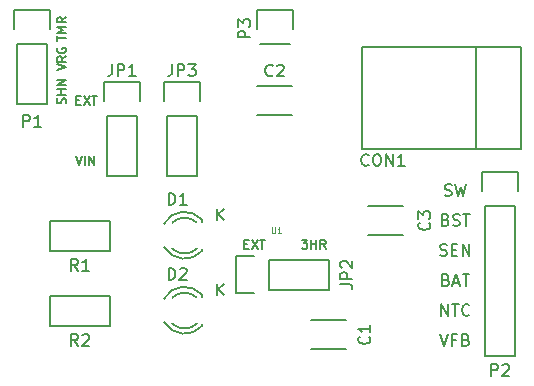
<source format=gbr>
G04 #@! TF.FileFunction,Legend,Top*
%FSLAX46Y46*%
G04 Gerber Fmt 4.6, Leading zero omitted, Abs format (unit mm)*
G04 Created by KiCad (PCBNEW 4.0.1-stable) date 16/02/2016 20:02:07*
%MOMM*%
G01*
G04 APERTURE LIST*
%ADD10C,0.100000*%
%ADD11C,0.150000*%
%ADD12C,0.200000*%
%ADD13C,0.075000*%
G04 APERTURE END LIST*
D10*
D11*
X129589571Y-100568000D02*
X129625286Y-100460857D01*
X129625286Y-100282286D01*
X129589571Y-100210857D01*
X129553857Y-100175143D01*
X129482429Y-100139428D01*
X129411000Y-100139428D01*
X129339571Y-100175143D01*
X129303857Y-100210857D01*
X129268143Y-100282286D01*
X129232429Y-100425143D01*
X129196714Y-100496571D01*
X129161000Y-100532286D01*
X129089571Y-100568000D01*
X129018143Y-100568000D01*
X128946714Y-100532286D01*
X128911000Y-100496571D01*
X128875286Y-100425143D01*
X128875286Y-100246571D01*
X128911000Y-100139428D01*
X129625286Y-99818000D02*
X128875286Y-99818000D01*
X129232429Y-99818000D02*
X129232429Y-99389428D01*
X129625286Y-99389428D02*
X128875286Y-99389428D01*
X129625286Y-99032286D02*
X128875286Y-99032286D01*
X129625286Y-98603714D01*
X128875286Y-98603714D01*
X128875286Y-97773999D02*
X129625286Y-97523999D01*
X128875286Y-97273999D01*
X129625286Y-96595428D02*
X129268143Y-96845428D01*
X129625286Y-97024000D02*
X128875286Y-97024000D01*
X128875286Y-96738285D01*
X128911000Y-96666857D01*
X128946714Y-96631142D01*
X129018143Y-96595428D01*
X129125286Y-96595428D01*
X129196714Y-96631142D01*
X129232429Y-96666857D01*
X129268143Y-96738285D01*
X129268143Y-97024000D01*
X128911000Y-95881142D02*
X128875286Y-95952571D01*
X128875286Y-96059714D01*
X128911000Y-96166857D01*
X128982429Y-96238285D01*
X129053857Y-96274000D01*
X129196714Y-96309714D01*
X129303857Y-96309714D01*
X129446714Y-96274000D01*
X129518143Y-96238285D01*
X129589571Y-96166857D01*
X129625286Y-96059714D01*
X129625286Y-95988285D01*
X129589571Y-95881142D01*
X129553857Y-95845428D01*
X129303857Y-95845428D01*
X129303857Y-95988285D01*
X128875286Y-95251857D02*
X128875286Y-94823286D01*
X129625286Y-95037572D02*
X128875286Y-95037572D01*
X129625286Y-94573286D02*
X128875286Y-94573286D01*
X129411000Y-94323286D01*
X128875286Y-94073286D01*
X129625286Y-94073286D01*
X129625286Y-93287571D02*
X129268143Y-93537571D01*
X129625286Y-93716143D02*
X128875286Y-93716143D01*
X128875286Y-93430428D01*
X128911000Y-93359000D01*
X128946714Y-93323285D01*
X129018143Y-93287571D01*
X129125286Y-93287571D01*
X129196714Y-93323285D01*
X129232429Y-93359000D01*
X129268143Y-93430428D01*
X129268143Y-93716143D01*
X130496572Y-104999286D02*
X130746572Y-105749286D01*
X130996572Y-104999286D01*
X131246571Y-105749286D02*
X131246571Y-104999286D01*
X131603714Y-105749286D02*
X131603714Y-104999286D01*
X132032286Y-105749286D01*
X132032286Y-104999286D01*
X130514428Y-100276429D02*
X130764428Y-100276429D01*
X130871571Y-100669286D02*
X130514428Y-100669286D01*
X130514428Y-99919286D01*
X130871571Y-99919286D01*
X131121571Y-99919286D02*
X131621571Y-100669286D01*
X131621571Y-99919286D02*
X131121571Y-100669286D01*
X131800143Y-99919286D02*
X132228714Y-99919286D01*
X132014428Y-100669286D02*
X132014428Y-99919286D01*
X144738428Y-112468429D02*
X144988428Y-112468429D01*
X145095571Y-112861286D02*
X144738428Y-112861286D01*
X144738428Y-112111286D01*
X145095571Y-112111286D01*
X145345571Y-112111286D02*
X145845571Y-112861286D01*
X145845571Y-112111286D02*
X145345571Y-112861286D01*
X146024143Y-112111286D02*
X146452714Y-112111286D01*
X146238428Y-112861286D02*
X146238428Y-112111286D01*
X149604143Y-112111286D02*
X150068429Y-112111286D01*
X149818429Y-112397000D01*
X149925571Y-112397000D01*
X149997000Y-112432714D01*
X150032714Y-112468429D01*
X150068429Y-112539857D01*
X150068429Y-112718429D01*
X150032714Y-112789857D01*
X149997000Y-112825571D01*
X149925571Y-112861286D01*
X149711286Y-112861286D01*
X149639857Y-112825571D01*
X149604143Y-112789857D01*
X150389857Y-112861286D02*
X150389857Y-112111286D01*
X150389857Y-112468429D02*
X150818429Y-112468429D01*
X150818429Y-112861286D02*
X150818429Y-112111286D01*
X151604143Y-112861286D02*
X151354143Y-112504143D01*
X151175571Y-112861286D02*
X151175571Y-112111286D01*
X151461286Y-112111286D01*
X151532714Y-112147000D01*
X151568429Y-112182714D01*
X151604143Y-112254143D01*
X151604143Y-112361286D01*
X151568429Y-112432714D01*
X151532714Y-112468429D01*
X151461286Y-112504143D01*
X151175571Y-112504143D01*
D12*
X161298095Y-120102381D02*
X161631428Y-121102381D01*
X161964762Y-120102381D01*
X162631429Y-120578571D02*
X162298095Y-120578571D01*
X162298095Y-121102381D02*
X162298095Y-120102381D01*
X162774286Y-120102381D01*
X163488572Y-120578571D02*
X163631429Y-120626190D01*
X163679048Y-120673810D01*
X163726667Y-120769048D01*
X163726667Y-120911905D01*
X163679048Y-121007143D01*
X163631429Y-121054762D01*
X163536191Y-121102381D01*
X163155238Y-121102381D01*
X163155238Y-120102381D01*
X163488572Y-120102381D01*
X163583810Y-120150000D01*
X163631429Y-120197619D01*
X163679048Y-120292857D01*
X163679048Y-120388095D01*
X163631429Y-120483333D01*
X163583810Y-120530952D01*
X163488572Y-120578571D01*
X163155238Y-120578571D01*
X161393333Y-118562381D02*
X161393333Y-117562381D01*
X161964762Y-118562381D01*
X161964762Y-117562381D01*
X162298095Y-117562381D02*
X162869524Y-117562381D01*
X162583809Y-118562381D02*
X162583809Y-117562381D01*
X163774286Y-118467143D02*
X163726667Y-118514762D01*
X163583810Y-118562381D01*
X163488572Y-118562381D01*
X163345714Y-118514762D01*
X163250476Y-118419524D01*
X163202857Y-118324286D01*
X163155238Y-118133810D01*
X163155238Y-117990952D01*
X163202857Y-117800476D01*
X163250476Y-117705238D01*
X163345714Y-117610000D01*
X163488572Y-117562381D01*
X163583810Y-117562381D01*
X163726667Y-117610000D01*
X163774286Y-117657619D01*
X161821905Y-115498571D02*
X161964762Y-115546190D01*
X162012381Y-115593810D01*
X162060000Y-115689048D01*
X162060000Y-115831905D01*
X162012381Y-115927143D01*
X161964762Y-115974762D01*
X161869524Y-116022381D01*
X161488571Y-116022381D01*
X161488571Y-115022381D01*
X161821905Y-115022381D01*
X161917143Y-115070000D01*
X161964762Y-115117619D01*
X162012381Y-115212857D01*
X162012381Y-115308095D01*
X161964762Y-115403333D01*
X161917143Y-115450952D01*
X161821905Y-115498571D01*
X161488571Y-115498571D01*
X162440952Y-115736667D02*
X162917143Y-115736667D01*
X162345714Y-116022381D02*
X162679047Y-115022381D01*
X163012381Y-116022381D01*
X163202857Y-115022381D02*
X163774286Y-115022381D01*
X163488571Y-116022381D02*
X163488571Y-115022381D01*
X161298095Y-113434762D02*
X161440952Y-113482381D01*
X161679048Y-113482381D01*
X161774286Y-113434762D01*
X161821905Y-113387143D01*
X161869524Y-113291905D01*
X161869524Y-113196667D01*
X161821905Y-113101429D01*
X161774286Y-113053810D01*
X161679048Y-113006190D01*
X161488571Y-112958571D01*
X161393333Y-112910952D01*
X161345714Y-112863333D01*
X161298095Y-112768095D01*
X161298095Y-112672857D01*
X161345714Y-112577619D01*
X161393333Y-112530000D01*
X161488571Y-112482381D01*
X161726667Y-112482381D01*
X161869524Y-112530000D01*
X162298095Y-112958571D02*
X162631429Y-112958571D01*
X162774286Y-113482381D02*
X162298095Y-113482381D01*
X162298095Y-112482381D01*
X162774286Y-112482381D01*
X163202857Y-113482381D02*
X163202857Y-112482381D01*
X163774286Y-113482381D01*
X163774286Y-112482381D01*
X161774286Y-110418571D02*
X161917143Y-110466190D01*
X161964762Y-110513810D01*
X162012381Y-110609048D01*
X162012381Y-110751905D01*
X161964762Y-110847143D01*
X161917143Y-110894762D01*
X161821905Y-110942381D01*
X161440952Y-110942381D01*
X161440952Y-109942381D01*
X161774286Y-109942381D01*
X161869524Y-109990000D01*
X161917143Y-110037619D01*
X161964762Y-110132857D01*
X161964762Y-110228095D01*
X161917143Y-110323333D01*
X161869524Y-110370952D01*
X161774286Y-110418571D01*
X161440952Y-110418571D01*
X162393333Y-110894762D02*
X162536190Y-110942381D01*
X162774286Y-110942381D01*
X162869524Y-110894762D01*
X162917143Y-110847143D01*
X162964762Y-110751905D01*
X162964762Y-110656667D01*
X162917143Y-110561429D01*
X162869524Y-110513810D01*
X162774286Y-110466190D01*
X162583809Y-110418571D01*
X162488571Y-110370952D01*
X162440952Y-110323333D01*
X162393333Y-110228095D01*
X162393333Y-110132857D01*
X162440952Y-110037619D01*
X162488571Y-109990000D01*
X162583809Y-109942381D01*
X162821905Y-109942381D01*
X162964762Y-109990000D01*
X163250476Y-109942381D02*
X163821905Y-109942381D01*
X163536190Y-110942381D02*
X163536190Y-109942381D01*
X161702857Y-108354762D02*
X161845714Y-108402381D01*
X162083810Y-108402381D01*
X162179048Y-108354762D01*
X162226667Y-108307143D01*
X162274286Y-108211905D01*
X162274286Y-108116667D01*
X162226667Y-108021429D01*
X162179048Y-107973810D01*
X162083810Y-107926190D01*
X161893333Y-107878571D01*
X161798095Y-107830952D01*
X161750476Y-107783333D01*
X161702857Y-107688095D01*
X161702857Y-107592857D01*
X161750476Y-107497619D01*
X161798095Y-107450000D01*
X161893333Y-107402381D01*
X162131429Y-107402381D01*
X162274286Y-107450000D01*
X162607619Y-107402381D02*
X162845714Y-108402381D01*
X163036191Y-107688095D01*
X163226667Y-108402381D01*
X163464762Y-107402381D01*
D11*
X150372000Y-118892000D02*
X153372000Y-118892000D01*
X153372000Y-121392000D02*
X150372000Y-121392000D01*
X167386000Y-104394000D02*
X168148000Y-104394000D01*
X168148000Y-104394000D02*
X168148000Y-95758000D01*
X168148000Y-95758000D02*
X167386000Y-95758000D01*
X164338000Y-104394000D02*
X164338000Y-95758000D01*
X154686000Y-104394000D02*
X154686000Y-95758000D01*
X167386000Y-95758000D02*
X154686000Y-95758000D01*
X167386000Y-104394000D02*
X154686000Y-104394000D01*
X141169000Y-110446000D02*
X141169000Y-110646000D01*
X141169000Y-113040000D02*
X141169000Y-112860000D01*
X137941256Y-112729643D02*
G75*
G03X141169000Y-113046000I1727744J1003643D01*
G01*
X138616994Y-112859068D02*
G75*
G03X140720000Y-112860000I1052006J1133068D01*
G01*
X141156220Y-110419274D02*
G75*
G03X137919000Y-110766000I-1497220J-1306726D01*
G01*
X140682889Y-110646747D02*
G75*
G03X138635000Y-110666000I-1013889J-1079253D01*
G01*
X141169000Y-116796000D02*
X141169000Y-116996000D01*
X141169000Y-119390000D02*
X141169000Y-119210000D01*
X137941256Y-119079643D02*
G75*
G03X141169000Y-119396000I1727744J1003643D01*
G01*
X138616994Y-119209068D02*
G75*
G03X140720000Y-119210000I1052006J1133068D01*
G01*
X141156220Y-116769274D02*
G75*
G03X137919000Y-117116000I-1497220J-1306726D01*
G01*
X140682889Y-116996747D02*
G75*
G03X138635000Y-117016000I-1013889J-1079253D01*
G01*
X133096000Y-101600000D02*
X133096000Y-106680000D01*
X133096000Y-106680000D02*
X135636000Y-106680000D01*
X135636000Y-106680000D02*
X135636000Y-101600000D01*
X135916000Y-98780000D02*
X135916000Y-100330000D01*
X135636000Y-101600000D02*
X133096000Y-101600000D01*
X132816000Y-100330000D02*
X132816000Y-98780000D01*
X132816000Y-98780000D02*
X135916000Y-98780000D01*
X146812000Y-116332000D02*
X151892000Y-116332000D01*
X151892000Y-116332000D02*
X151892000Y-113792000D01*
X151892000Y-113792000D02*
X146812000Y-113792000D01*
X143992000Y-113512000D02*
X145542000Y-113512000D01*
X146812000Y-113792000D02*
X146812000Y-116332000D01*
X145542000Y-116612000D02*
X143992000Y-116612000D01*
X143992000Y-116612000D02*
X143992000Y-113512000D01*
X138176000Y-101600000D02*
X138176000Y-106680000D01*
X138176000Y-106680000D02*
X140716000Y-106680000D01*
X140716000Y-106680000D02*
X140716000Y-101600000D01*
X140996000Y-98780000D02*
X140996000Y-100330000D01*
X140716000Y-101600000D02*
X138176000Y-101600000D01*
X137896000Y-100330000D02*
X137896000Y-98780000D01*
X137896000Y-98780000D02*
X140996000Y-98780000D01*
X125476000Y-95504000D02*
X125476000Y-100584000D01*
X125476000Y-100584000D02*
X128016000Y-100584000D01*
X128016000Y-100584000D02*
X128016000Y-95504000D01*
X128296000Y-92684000D02*
X128296000Y-94234000D01*
X128016000Y-95504000D02*
X125476000Y-95504000D01*
X125196000Y-94234000D02*
X125196000Y-92684000D01*
X125196000Y-92684000D02*
X128296000Y-92684000D01*
X167640000Y-109220000D02*
X167640000Y-121920000D01*
X167640000Y-121920000D02*
X165100000Y-121920000D01*
X165100000Y-121920000D02*
X165100000Y-109220000D01*
X167920000Y-106400000D02*
X167920000Y-107950000D01*
X167640000Y-109220000D02*
X165100000Y-109220000D01*
X164820000Y-107950000D02*
X164820000Y-106400000D01*
X164820000Y-106400000D02*
X167920000Y-106400000D01*
X148870000Y-92684000D02*
X148870000Y-94234000D01*
X145770000Y-94234000D02*
X145770000Y-92684000D01*
X145770000Y-92684000D02*
X148870000Y-92684000D01*
X146050000Y-95504000D02*
X148590000Y-95504000D01*
X133350000Y-113030000D02*
X128270000Y-113030000D01*
X128270000Y-113030000D02*
X128270000Y-110490000D01*
X128270000Y-110490000D02*
X133350000Y-110490000D01*
X133350000Y-110490000D02*
X133350000Y-113030000D01*
X133350000Y-119380000D02*
X128270000Y-119380000D01*
X128270000Y-119380000D02*
X128270000Y-116840000D01*
X128270000Y-116840000D02*
X133350000Y-116840000D01*
X133350000Y-116840000D02*
X133350000Y-119380000D01*
X145800000Y-99080000D02*
X148800000Y-99080000D01*
X148800000Y-101580000D02*
X145800000Y-101580000D01*
X155198000Y-109240000D02*
X158198000Y-109240000D01*
X158198000Y-111740000D02*
X155198000Y-111740000D01*
X155297143Y-120308666D02*
X155344762Y-120356285D01*
X155392381Y-120499142D01*
X155392381Y-120594380D01*
X155344762Y-120737238D01*
X155249524Y-120832476D01*
X155154286Y-120880095D01*
X154963810Y-120927714D01*
X154820952Y-120927714D01*
X154630476Y-120880095D01*
X154535238Y-120832476D01*
X154440000Y-120737238D01*
X154392381Y-120594380D01*
X154392381Y-120499142D01*
X154440000Y-120356285D01*
X154487619Y-120308666D01*
X155392381Y-119356285D02*
X155392381Y-119927714D01*
X155392381Y-119642000D02*
X154392381Y-119642000D01*
X154535238Y-119737238D01*
X154630476Y-119832476D01*
X154678095Y-119927714D01*
X155249715Y-105767143D02*
X155202096Y-105814762D01*
X155059239Y-105862381D01*
X154964001Y-105862381D01*
X154821143Y-105814762D01*
X154725905Y-105719524D01*
X154678286Y-105624286D01*
X154630667Y-105433810D01*
X154630667Y-105290952D01*
X154678286Y-105100476D01*
X154725905Y-105005238D01*
X154821143Y-104910000D01*
X154964001Y-104862381D01*
X155059239Y-104862381D01*
X155202096Y-104910000D01*
X155249715Y-104957619D01*
X155868762Y-104862381D02*
X156059239Y-104862381D01*
X156154477Y-104910000D01*
X156249715Y-105005238D01*
X156297334Y-105195714D01*
X156297334Y-105529048D01*
X156249715Y-105719524D01*
X156154477Y-105814762D01*
X156059239Y-105862381D01*
X155868762Y-105862381D01*
X155773524Y-105814762D01*
X155678286Y-105719524D01*
X155630667Y-105529048D01*
X155630667Y-105195714D01*
X155678286Y-105005238D01*
X155773524Y-104910000D01*
X155868762Y-104862381D01*
X156725905Y-105862381D02*
X156725905Y-104862381D01*
X157297334Y-105862381D01*
X157297334Y-104862381D01*
X158297334Y-105862381D02*
X157725905Y-105862381D01*
X158011619Y-105862381D02*
X158011619Y-104862381D01*
X157916381Y-105005238D01*
X157821143Y-105100476D01*
X157725905Y-105148095D01*
X138321905Y-109152381D02*
X138321905Y-108152381D01*
X138560000Y-108152381D01*
X138702858Y-108200000D01*
X138798096Y-108295238D01*
X138845715Y-108390476D01*
X138893334Y-108580952D01*
X138893334Y-108723810D01*
X138845715Y-108914286D01*
X138798096Y-109009524D01*
X138702858Y-109104762D01*
X138560000Y-109152381D01*
X138321905Y-109152381D01*
X139845715Y-109152381D02*
X139274286Y-109152381D01*
X139560000Y-109152381D02*
X139560000Y-108152381D01*
X139464762Y-108295238D01*
X139369524Y-108390476D01*
X139274286Y-108438095D01*
X142398095Y-110472381D02*
X142398095Y-109472381D01*
X142969524Y-110472381D02*
X142540952Y-109900952D01*
X142969524Y-109472381D02*
X142398095Y-110043810D01*
X138321905Y-115502381D02*
X138321905Y-114502381D01*
X138560000Y-114502381D01*
X138702858Y-114550000D01*
X138798096Y-114645238D01*
X138845715Y-114740476D01*
X138893334Y-114930952D01*
X138893334Y-115073810D01*
X138845715Y-115264286D01*
X138798096Y-115359524D01*
X138702858Y-115454762D01*
X138560000Y-115502381D01*
X138321905Y-115502381D01*
X139274286Y-114597619D02*
X139321905Y-114550000D01*
X139417143Y-114502381D01*
X139655239Y-114502381D01*
X139750477Y-114550000D01*
X139798096Y-114597619D01*
X139845715Y-114692857D01*
X139845715Y-114788095D01*
X139798096Y-114930952D01*
X139226667Y-115502381D01*
X139845715Y-115502381D01*
X142398095Y-116822381D02*
X142398095Y-115822381D01*
X142969524Y-116822381D02*
X142540952Y-116250952D01*
X142969524Y-115822381D02*
X142398095Y-116393810D01*
X133532667Y-97242381D02*
X133532667Y-97956667D01*
X133485047Y-98099524D01*
X133389809Y-98194762D01*
X133246952Y-98242381D01*
X133151714Y-98242381D01*
X134008857Y-98242381D02*
X134008857Y-97242381D01*
X134389810Y-97242381D01*
X134485048Y-97290000D01*
X134532667Y-97337619D01*
X134580286Y-97432857D01*
X134580286Y-97575714D01*
X134532667Y-97670952D01*
X134485048Y-97718571D01*
X134389810Y-97766190D01*
X134008857Y-97766190D01*
X135532667Y-98242381D02*
X134961238Y-98242381D01*
X135246952Y-98242381D02*
X135246952Y-97242381D01*
X135151714Y-97385238D01*
X135056476Y-97480476D01*
X134961238Y-97528095D01*
X152868381Y-115895333D02*
X153582667Y-115895333D01*
X153725524Y-115942953D01*
X153820762Y-116038191D01*
X153868381Y-116181048D01*
X153868381Y-116276286D01*
X153868381Y-115419143D02*
X152868381Y-115419143D01*
X152868381Y-115038190D01*
X152916000Y-114942952D01*
X152963619Y-114895333D01*
X153058857Y-114847714D01*
X153201714Y-114847714D01*
X153296952Y-114895333D01*
X153344571Y-114942952D01*
X153392190Y-115038190D01*
X153392190Y-115419143D01*
X152963619Y-114466762D02*
X152916000Y-114419143D01*
X152868381Y-114323905D01*
X152868381Y-114085809D01*
X152916000Y-113990571D01*
X152963619Y-113942952D01*
X153058857Y-113895333D01*
X153154095Y-113895333D01*
X153296952Y-113942952D01*
X153868381Y-114514381D01*
X153868381Y-113895333D01*
X138612667Y-97242381D02*
X138612667Y-97956667D01*
X138565047Y-98099524D01*
X138469809Y-98194762D01*
X138326952Y-98242381D01*
X138231714Y-98242381D01*
X139088857Y-98242381D02*
X139088857Y-97242381D01*
X139469810Y-97242381D01*
X139565048Y-97290000D01*
X139612667Y-97337619D01*
X139660286Y-97432857D01*
X139660286Y-97575714D01*
X139612667Y-97670952D01*
X139565048Y-97718571D01*
X139469810Y-97766190D01*
X139088857Y-97766190D01*
X139993619Y-97242381D02*
X140612667Y-97242381D01*
X140279333Y-97623333D01*
X140422191Y-97623333D01*
X140517429Y-97670952D01*
X140565048Y-97718571D01*
X140612667Y-97813810D01*
X140612667Y-98051905D01*
X140565048Y-98147143D01*
X140517429Y-98194762D01*
X140422191Y-98242381D01*
X140136476Y-98242381D01*
X140041238Y-98194762D01*
X139993619Y-98147143D01*
X126007905Y-102560381D02*
X126007905Y-101560381D01*
X126388858Y-101560381D01*
X126484096Y-101608000D01*
X126531715Y-101655619D01*
X126579334Y-101750857D01*
X126579334Y-101893714D01*
X126531715Y-101988952D01*
X126484096Y-102036571D01*
X126388858Y-102084190D01*
X126007905Y-102084190D01*
X127531715Y-102560381D02*
X126960286Y-102560381D01*
X127246000Y-102560381D02*
X127246000Y-101560381D01*
X127150762Y-101703238D01*
X127055524Y-101798476D01*
X126960286Y-101846095D01*
X165631905Y-123642381D02*
X165631905Y-122642381D01*
X166012858Y-122642381D01*
X166108096Y-122690000D01*
X166155715Y-122737619D01*
X166203334Y-122832857D01*
X166203334Y-122975714D01*
X166155715Y-123070952D01*
X166108096Y-123118571D01*
X166012858Y-123166190D01*
X165631905Y-123166190D01*
X166584286Y-122737619D02*
X166631905Y-122690000D01*
X166727143Y-122642381D01*
X166965239Y-122642381D01*
X167060477Y-122690000D01*
X167108096Y-122737619D01*
X167155715Y-122832857D01*
X167155715Y-122928095D01*
X167108096Y-123070952D01*
X166536667Y-123642381D01*
X167155715Y-123642381D01*
X145232381Y-94972095D02*
X144232381Y-94972095D01*
X144232381Y-94591142D01*
X144280000Y-94495904D01*
X144327619Y-94448285D01*
X144422857Y-94400666D01*
X144565714Y-94400666D01*
X144660952Y-94448285D01*
X144708571Y-94495904D01*
X144756190Y-94591142D01*
X144756190Y-94972095D01*
X144232381Y-94067333D02*
X144232381Y-93448285D01*
X144613333Y-93781619D01*
X144613333Y-93638761D01*
X144660952Y-93543523D01*
X144708571Y-93495904D01*
X144803810Y-93448285D01*
X145041905Y-93448285D01*
X145137143Y-93495904D01*
X145184762Y-93543523D01*
X145232381Y-93638761D01*
X145232381Y-93924476D01*
X145184762Y-94019714D01*
X145137143Y-94067333D01*
X130643334Y-114752381D02*
X130310000Y-114276190D01*
X130071905Y-114752381D02*
X130071905Y-113752381D01*
X130452858Y-113752381D01*
X130548096Y-113800000D01*
X130595715Y-113847619D01*
X130643334Y-113942857D01*
X130643334Y-114085714D01*
X130595715Y-114180952D01*
X130548096Y-114228571D01*
X130452858Y-114276190D01*
X130071905Y-114276190D01*
X131595715Y-114752381D02*
X131024286Y-114752381D01*
X131310000Y-114752381D02*
X131310000Y-113752381D01*
X131214762Y-113895238D01*
X131119524Y-113990476D01*
X131024286Y-114038095D01*
X130643334Y-121102381D02*
X130310000Y-120626190D01*
X130071905Y-121102381D02*
X130071905Y-120102381D01*
X130452858Y-120102381D01*
X130548096Y-120150000D01*
X130595715Y-120197619D01*
X130643334Y-120292857D01*
X130643334Y-120435714D01*
X130595715Y-120530952D01*
X130548096Y-120578571D01*
X130452858Y-120626190D01*
X130071905Y-120626190D01*
X131024286Y-120197619D02*
X131071905Y-120150000D01*
X131167143Y-120102381D01*
X131405239Y-120102381D01*
X131500477Y-120150000D01*
X131548096Y-120197619D01*
X131595715Y-120292857D01*
X131595715Y-120388095D01*
X131548096Y-120530952D01*
X130976667Y-121102381D01*
X131595715Y-121102381D01*
D13*
X147039048Y-111051190D02*
X147039048Y-111455952D01*
X147062857Y-111503571D01*
X147086667Y-111527381D01*
X147134286Y-111551190D01*
X147229524Y-111551190D01*
X147277143Y-111527381D01*
X147300952Y-111503571D01*
X147324762Y-111455952D01*
X147324762Y-111051190D01*
X147824762Y-111551190D02*
X147539048Y-111551190D01*
X147681905Y-111551190D02*
X147681905Y-111051190D01*
X147634286Y-111122619D01*
X147586667Y-111170238D01*
X147539048Y-111194048D01*
D11*
X147133334Y-98187143D02*
X147085715Y-98234762D01*
X146942858Y-98282381D01*
X146847620Y-98282381D01*
X146704762Y-98234762D01*
X146609524Y-98139524D01*
X146561905Y-98044286D01*
X146514286Y-97853810D01*
X146514286Y-97710952D01*
X146561905Y-97520476D01*
X146609524Y-97425238D01*
X146704762Y-97330000D01*
X146847620Y-97282381D01*
X146942858Y-97282381D01*
X147085715Y-97330000D01*
X147133334Y-97377619D01*
X147514286Y-97377619D02*
X147561905Y-97330000D01*
X147657143Y-97282381D01*
X147895239Y-97282381D01*
X147990477Y-97330000D01*
X148038096Y-97377619D01*
X148085715Y-97472857D01*
X148085715Y-97568095D01*
X148038096Y-97710952D01*
X147466667Y-98282381D01*
X148085715Y-98282381D01*
X160377143Y-110656666D02*
X160424762Y-110704285D01*
X160472381Y-110847142D01*
X160472381Y-110942380D01*
X160424762Y-111085238D01*
X160329524Y-111180476D01*
X160234286Y-111228095D01*
X160043810Y-111275714D01*
X159900952Y-111275714D01*
X159710476Y-111228095D01*
X159615238Y-111180476D01*
X159520000Y-111085238D01*
X159472381Y-110942380D01*
X159472381Y-110847142D01*
X159520000Y-110704285D01*
X159567619Y-110656666D01*
X159472381Y-110323333D02*
X159472381Y-109704285D01*
X159853333Y-110037619D01*
X159853333Y-109894761D01*
X159900952Y-109799523D01*
X159948571Y-109751904D01*
X160043810Y-109704285D01*
X160281905Y-109704285D01*
X160377143Y-109751904D01*
X160424762Y-109799523D01*
X160472381Y-109894761D01*
X160472381Y-110180476D01*
X160424762Y-110275714D01*
X160377143Y-110323333D01*
M02*

</source>
